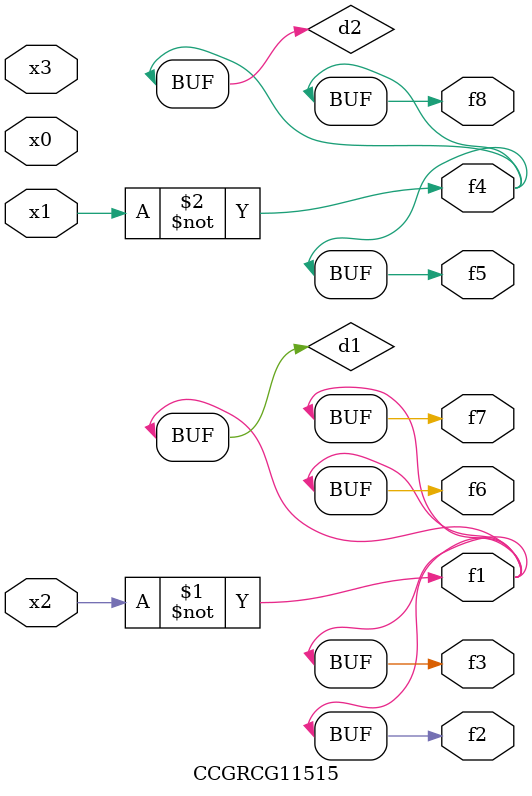
<source format=v>
module CCGRCG11515(
	input x0, x1, x2, x3,
	output f1, f2, f3, f4, f5, f6, f7, f8
);

	wire d1, d2;

	xnor (d1, x2);
	not (d2, x1);
	assign f1 = d1;
	assign f2 = d1;
	assign f3 = d1;
	assign f4 = d2;
	assign f5 = d2;
	assign f6 = d1;
	assign f7 = d1;
	assign f8 = d2;
endmodule

</source>
